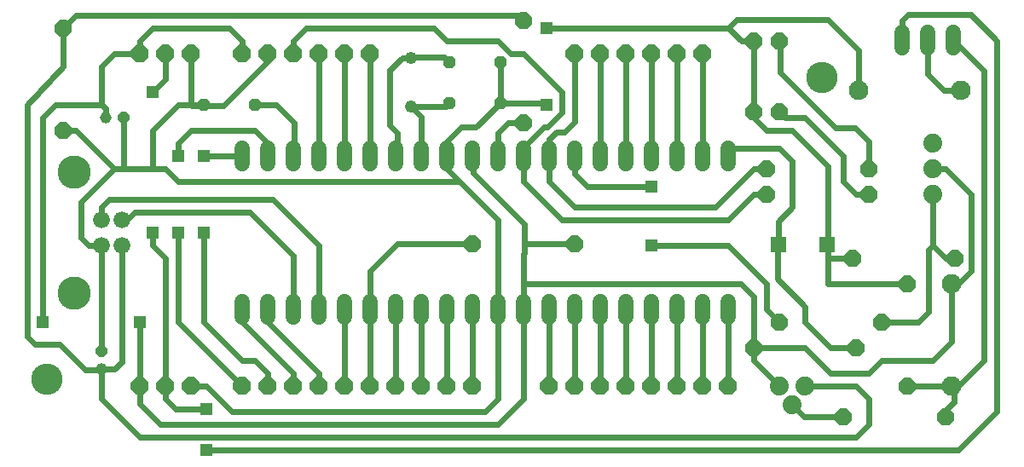
<source format=gbl>
G75*
%MOIN*%
%OFA0B0*%
%FSLAX25Y25*%
%IPPOS*%
%LPD*%
%AMOC8*
5,1,8,0,0,1.08239X$1,22.5*
%
%ADD10OC8,0.04600*%
%ADD11C,0.04600*%
%ADD12OC8,0.04800*%
%ADD13C,0.07600*%
%ADD14C,0.06000*%
%ADD15C,0.06600*%
%ADD16C,0.13000*%
%ADD17OC8,0.07000*%
%ADD18OC8,0.06600*%
%ADD19C,0.04800*%
%ADD20C,0.07400*%
%ADD21C,0.05850*%
%ADD22R,0.06000X0.06000*%
%ADD23C,0.02400*%
%ADD24R,0.04724X0.04724*%
%ADD25C,0.12268*%
D10*
X0050613Y0045984D03*
X0059113Y0137484D03*
D11*
X0052113Y0137484D03*
X0050613Y0038984D03*
D12*
X0090613Y0142484D03*
X0110613Y0142484D03*
X0186518Y0143232D03*
X0206518Y0143232D03*
X0206518Y0158980D03*
X0186518Y0158980D03*
D13*
X0346361Y0148154D03*
X0386361Y0148154D03*
X0382935Y0072484D03*
X0382935Y0032484D03*
D14*
X0383644Y0164681D02*
X0383644Y0170681D01*
X0373644Y0170681D02*
X0373644Y0164681D01*
X0363644Y0164681D02*
X0363644Y0170681D01*
D15*
X0058413Y0097406D03*
X0050613Y0097406D03*
X0050613Y0087563D03*
X0058413Y0087563D03*
D16*
X0039913Y0068784D03*
X0039913Y0116184D03*
D17*
X0065613Y0162484D03*
X0075613Y0162484D03*
X0085613Y0162484D03*
X0105613Y0162484D03*
X0115613Y0162484D03*
X0125613Y0162484D03*
X0135613Y0162484D03*
X0145613Y0162484D03*
X0155613Y0162484D03*
X0235613Y0162484D03*
X0245613Y0162484D03*
X0255613Y0162484D03*
X0265613Y0162484D03*
X0275613Y0162484D03*
X0285613Y0162484D03*
X0285613Y0032484D03*
X0295613Y0032484D03*
X0275613Y0032484D03*
X0265613Y0032484D03*
X0255613Y0032484D03*
X0245613Y0032484D03*
X0235613Y0032484D03*
X0225613Y0032484D03*
X0195613Y0032484D03*
X0185613Y0032484D03*
X0175613Y0032484D03*
X0165613Y0032484D03*
X0155613Y0032484D03*
X0145613Y0032484D03*
X0135613Y0032484D03*
X0125613Y0032484D03*
X0115613Y0032484D03*
X0105613Y0032484D03*
X0085613Y0032484D03*
X0075613Y0032484D03*
X0065613Y0032484D03*
D18*
X0195416Y0088114D03*
X0235416Y0088114D03*
X0310613Y0107484D03*
X0310613Y0117484D03*
X0350613Y0117484D03*
X0350613Y0107484D03*
X0344038Y0082484D03*
X0365613Y0072484D03*
X0384038Y0082484D03*
X0355613Y0057484D03*
X0345613Y0047484D03*
X0315613Y0057484D03*
X0305613Y0047484D03*
X0340613Y0020516D03*
X0365613Y0032484D03*
X0380613Y0020516D03*
X0215613Y0135437D03*
X0215613Y0175437D03*
X0305613Y0167327D03*
X0315613Y0167327D03*
X0315613Y0139768D03*
X0305613Y0139768D03*
X0035613Y0132484D03*
X0035613Y0172484D03*
D19*
X0171597Y0160921D03*
X0171597Y0141921D03*
D20*
X0375613Y0127484D03*
X0375613Y0117484D03*
X0375613Y0107484D03*
X0325613Y0032484D03*
X0315613Y0032484D03*
X0320613Y0024984D03*
D21*
X0295613Y0059559D02*
X0295613Y0065409D01*
X0285613Y0065409D02*
X0285613Y0059559D01*
X0275613Y0059559D02*
X0275613Y0065409D01*
X0265613Y0065409D02*
X0265613Y0059559D01*
X0255613Y0059559D02*
X0255613Y0065409D01*
X0245613Y0065409D02*
X0245613Y0059559D01*
X0235613Y0059559D02*
X0235613Y0065409D01*
X0225613Y0065409D02*
X0225613Y0059559D01*
X0215613Y0059559D02*
X0215613Y0065409D01*
X0205613Y0065409D02*
X0205613Y0059559D01*
X0195613Y0059559D02*
X0195613Y0065409D01*
X0185613Y0065409D02*
X0185613Y0059559D01*
X0175613Y0059559D02*
X0175613Y0065409D01*
X0165613Y0065409D02*
X0165613Y0059559D01*
X0155613Y0059559D02*
X0155613Y0065409D01*
X0145613Y0065409D02*
X0145613Y0059559D01*
X0135613Y0059559D02*
X0135613Y0065409D01*
X0125613Y0065409D02*
X0125613Y0059559D01*
X0115613Y0059559D02*
X0115613Y0065409D01*
X0105613Y0065409D02*
X0105613Y0059559D01*
X0105613Y0119559D02*
X0105613Y0125409D01*
X0115613Y0125409D02*
X0115613Y0119559D01*
X0125613Y0119559D02*
X0125613Y0125409D01*
X0135613Y0125409D02*
X0135613Y0119559D01*
X0145613Y0119559D02*
X0145613Y0125409D01*
X0155613Y0125409D02*
X0155613Y0119559D01*
X0165613Y0119559D02*
X0165613Y0125409D01*
X0175613Y0125409D02*
X0175613Y0119559D01*
X0185613Y0119559D02*
X0185613Y0125409D01*
X0195613Y0125409D02*
X0195613Y0119559D01*
X0205613Y0119559D02*
X0205613Y0125409D01*
X0215613Y0125409D02*
X0215613Y0119559D01*
X0225613Y0119559D02*
X0225613Y0125409D01*
X0235613Y0125409D02*
X0235613Y0119559D01*
X0245613Y0119559D02*
X0245613Y0125409D01*
X0255613Y0125409D02*
X0255613Y0119559D01*
X0265613Y0119559D02*
X0265613Y0125409D01*
X0275613Y0125409D02*
X0275613Y0119559D01*
X0285613Y0119559D02*
X0285613Y0125409D01*
X0295613Y0125409D02*
X0295613Y0119559D01*
D22*
X0315047Y0087634D03*
X0334210Y0087634D03*
D23*
X0050613Y0038902D02*
X0050613Y0027484D01*
X0065613Y0012484D01*
X0345613Y0012484D01*
X0350613Y0017484D01*
X0350613Y0027484D01*
X0345613Y0032484D01*
X0325613Y0032484D01*
X0315613Y0032484D02*
X0305613Y0042484D01*
X0305613Y0047484D01*
X0325613Y0047484D01*
X0335613Y0037484D01*
X0350613Y0037484D01*
X0355613Y0042484D01*
X0375613Y0042484D01*
X0382935Y0049807D01*
X0382935Y0072484D01*
X0385613Y0072484D01*
X0390613Y0077484D01*
X0390613Y0107484D01*
X0380613Y0117484D01*
X0375613Y0117484D01*
X0375613Y0107484D02*
X0375613Y0087484D01*
X0373880Y0085752D01*
X0373880Y0061539D01*
X0369825Y0057484D01*
X0355613Y0057484D01*
X0345613Y0047484D02*
X0335613Y0047484D01*
X0325613Y0057484D01*
X0325613Y0063584D01*
X0316713Y0072484D01*
X0316676Y0072484D01*
X0314825Y0074335D01*
X0314825Y0087413D01*
X0315047Y0087634D01*
X0315047Y0096919D01*
X0320613Y0102484D01*
X0320613Y0120516D01*
X0315613Y0125516D01*
X0296676Y0125516D01*
X0295613Y0122484D01*
X0285613Y0122484D02*
X0285613Y0162484D01*
X0275613Y0162484D02*
X0275613Y0122484D01*
X0265613Y0122484D02*
X0265613Y0162484D01*
X0255613Y0162484D02*
X0255613Y0122484D01*
X0245613Y0122484D02*
X0245613Y0162484D01*
X0235613Y0162484D02*
X0235613Y0135870D01*
X0231557Y0131815D01*
X0228487Y0131815D01*
X0225613Y0128941D01*
X0225613Y0122484D01*
X0225613Y0112484D01*
X0235613Y0102484D01*
X0290613Y0102484D01*
X0305613Y0117484D01*
X0310613Y0117484D01*
X0310613Y0107484D02*
X0305613Y0107484D01*
X0295613Y0097484D01*
X0230613Y0097484D01*
X0215613Y0112484D01*
X0215613Y0122484D01*
X0215613Y0125673D01*
X0223605Y0133665D01*
X0224786Y0133665D01*
X0230613Y0139492D01*
X0230613Y0147484D01*
X0215613Y0162484D01*
X0210613Y0162484D01*
X0205613Y0167484D01*
X0185613Y0167484D01*
X0180613Y0172484D01*
X0130613Y0172484D01*
X0125613Y0167484D01*
X0125613Y0162484D01*
X0115613Y0162484D02*
X0115613Y0159571D01*
X0098290Y0142248D01*
X0085849Y0142248D01*
X0085613Y0142484D01*
X0085613Y0162484D01*
X0075613Y0162484D02*
X0075613Y0152484D01*
X0070613Y0147484D01*
X0080613Y0142484D02*
X0070613Y0132484D01*
X0070613Y0117484D01*
X0075613Y0117484D01*
X0080613Y0112484D01*
X0190613Y0112484D01*
X0185613Y0117484D01*
X0185613Y0122484D01*
X0185613Y0128193D01*
X0188841Y0131421D01*
X0188841Y0131461D01*
X0191046Y0133665D01*
X0196951Y0133665D01*
X0206518Y0143232D01*
X0223880Y0143232D01*
X0224628Y0142484D01*
X0215613Y0135437D02*
X0209589Y0135437D01*
X0205573Y0131421D01*
X0205573Y0122524D01*
X0205613Y0122484D01*
X0205613Y0127484D01*
X0195731Y0122366D02*
X0195613Y0122484D01*
X0195731Y0122366D02*
X0195731Y0115673D01*
X0215731Y0095673D01*
X0215731Y0088114D01*
X0235416Y0088114D01*
X0215731Y0088114D02*
X0215731Y0084295D01*
X0215613Y0084177D01*
X0215613Y0072484D01*
X0300613Y0072484D01*
X0305613Y0067484D01*
X0305613Y0047484D01*
X0315613Y0057484D02*
X0310613Y0062484D01*
X0310613Y0072484D01*
X0295613Y0087484D01*
X0265613Y0087484D01*
X0265613Y0110516D02*
X0240613Y0110516D01*
X0235613Y0115516D01*
X0235613Y0122484D01*
X0206518Y0143232D02*
X0206518Y0158980D01*
X0186518Y0158980D02*
X0184550Y0160949D01*
X0171624Y0160949D01*
X0171597Y0160921D01*
X0168144Y0160921D01*
X0163250Y0156028D01*
X0163250Y0134374D01*
X0166203Y0131421D01*
X0166203Y0123075D01*
X0165613Y0122484D01*
X0155613Y0122484D02*
X0155613Y0162484D01*
X0145613Y0162484D02*
X0145613Y0122484D01*
X0135613Y0122484D02*
X0135613Y0162484D01*
X0105613Y0162484D02*
X0105613Y0167484D01*
X0100613Y0172484D01*
X0070613Y0172484D01*
X0065613Y0167484D01*
X0065613Y0162484D01*
X0055613Y0162484D01*
X0050613Y0157484D01*
X0050613Y0142484D01*
X0052113Y0140984D01*
X0052113Y0137484D01*
X0050613Y0142484D02*
X0032581Y0142484D01*
X0027581Y0137484D01*
X0027581Y0057484D01*
X0021597Y0051618D02*
X0021597Y0142484D01*
X0035613Y0157484D01*
X0035613Y0172484D01*
X0040613Y0177484D01*
X0213565Y0177484D01*
X0215613Y0175437D01*
X0224628Y0172484D02*
X0295613Y0172484D01*
X0298841Y0175713D01*
X0334510Y0175713D01*
X0346361Y0163862D01*
X0346361Y0148154D01*
X0325613Y0137484D02*
X0317896Y0137484D01*
X0315613Y0139768D01*
X0325613Y0137484D02*
X0340613Y0122484D01*
X0340613Y0112484D01*
X0345613Y0107484D01*
X0350613Y0107484D01*
X0350613Y0117484D02*
X0350613Y0128114D01*
X0345337Y0133390D01*
X0337463Y0133390D01*
X0315809Y0155043D01*
X0315809Y0167130D01*
X0315613Y0167327D01*
X0305613Y0167327D02*
X0300770Y0167327D01*
X0295613Y0172484D01*
X0305613Y0167327D02*
X0305613Y0139768D01*
X0305613Y0137484D01*
X0310613Y0132484D01*
X0320613Y0132484D01*
X0334513Y0118584D01*
X0334513Y0093038D01*
X0334513Y0087937D01*
X0334210Y0087634D01*
X0334513Y0087331D01*
X0334513Y0082484D01*
X0344038Y0082484D01*
X0334513Y0082484D02*
X0334513Y0072484D01*
X0365613Y0072484D01*
X0380613Y0082484D02*
X0375613Y0087484D01*
X0380613Y0082484D02*
X0384038Y0082484D01*
X0334513Y0093038D02*
X0334510Y0093035D01*
X0295613Y0062484D02*
X0295613Y0032484D01*
X0285613Y0032484D02*
X0285613Y0062484D01*
X0275613Y0062484D02*
X0275613Y0032484D01*
X0265613Y0032484D02*
X0265613Y0062484D01*
X0255613Y0062484D02*
X0255613Y0032484D01*
X0245613Y0032484D02*
X0245613Y0062484D01*
X0235613Y0062484D02*
X0235613Y0032484D01*
X0225613Y0032484D02*
X0225613Y0062484D01*
X0215613Y0062484D02*
X0215613Y0027484D01*
X0205613Y0017484D01*
X0073644Y0017484D01*
X0065613Y0025516D01*
X0065613Y0032484D01*
X0065613Y0057484D01*
X0080613Y0057484D02*
X0105613Y0032484D01*
X0115613Y0032484D02*
X0115613Y0037484D01*
X0110613Y0042484D01*
X0105613Y0042484D01*
X0090613Y0057484D01*
X0090613Y0092484D01*
X0080613Y0092484D02*
X0080613Y0057484D01*
X0105613Y0057484D02*
X0105613Y0062484D01*
X0105613Y0057484D02*
X0125613Y0037484D01*
X0125613Y0032484D01*
X0135613Y0032484D02*
X0135613Y0037484D01*
X0115613Y0057484D01*
X0115613Y0062484D01*
X0125613Y0062484D02*
X0125613Y0083547D01*
X0108644Y0100516D01*
X0063644Y0100516D01*
X0060534Y0097406D01*
X0058413Y0097406D01*
X0050613Y0097406D02*
X0050613Y0102484D01*
X0053644Y0105516D01*
X0117581Y0105516D01*
X0135613Y0087484D01*
X0135613Y0062484D01*
X0145613Y0062484D02*
X0145613Y0032484D01*
X0155613Y0032484D02*
X0155613Y0062484D01*
X0155613Y0077524D01*
X0166203Y0088114D01*
X0195416Y0088114D01*
X0205613Y0097484D02*
X0190613Y0112484D01*
X0175613Y0122484D02*
X0175613Y0137906D01*
X0171597Y0141921D01*
X0185207Y0141921D01*
X0186518Y0143232D01*
X0125849Y0135358D02*
X0125849Y0122720D01*
X0125613Y0122484D01*
X0115613Y0122484D02*
X0115613Y0127484D01*
X0110613Y0132484D01*
X0085613Y0132484D01*
X0080613Y0127484D01*
X0080613Y0122484D01*
X0090613Y0122484D02*
X0105613Y0122484D01*
X0118723Y0142484D02*
X0125849Y0135358D01*
X0118723Y0142484D02*
X0110613Y0142484D01*
X0090613Y0142484D02*
X0085849Y0142248D01*
X0090613Y0142484D02*
X0080613Y0142484D01*
X0059113Y0137484D02*
X0059113Y0117677D01*
X0058920Y0117484D01*
X0070613Y0117484D01*
X0058920Y0117484D02*
X0055613Y0117484D01*
X0040613Y0132484D01*
X0035613Y0132484D01*
X0055613Y0117484D02*
X0042581Y0104453D01*
X0042581Y0090516D01*
X0045534Y0087563D01*
X0050613Y0087563D01*
X0050613Y0045984D01*
X0055543Y0038984D02*
X0058413Y0041854D01*
X0058413Y0087563D01*
X0070613Y0087484D02*
X0070613Y0092484D01*
X0070613Y0087484D02*
X0075613Y0082484D01*
X0075613Y0032484D01*
X0075613Y0027484D01*
X0079628Y0023469D01*
X0091676Y0023469D01*
X0091676Y0032484D02*
X0101676Y0022484D01*
X0200613Y0022484D01*
X0205613Y0027484D01*
X0205613Y0062484D01*
X0205613Y0097484D01*
X0215613Y0072484D02*
X0215613Y0062484D01*
X0195613Y0062484D02*
X0195613Y0032484D01*
X0185613Y0032484D02*
X0185613Y0062484D01*
X0175613Y0062484D02*
X0175613Y0032484D01*
X0165613Y0032484D02*
X0165613Y0062484D01*
X0155613Y0062484D02*
X0155376Y0062720D01*
X0091676Y0032484D02*
X0085613Y0032484D01*
X0055543Y0038984D02*
X0050613Y0038984D01*
X0050613Y0038902D01*
X0044156Y0038902D01*
X0034313Y0048744D01*
X0024471Y0048744D01*
X0021597Y0051618D01*
X0091676Y0007484D02*
X0385613Y0007484D01*
X0400613Y0022484D01*
X0400613Y0167484D01*
X0390416Y0177681D01*
X0366006Y0177681D01*
X0363644Y0175319D01*
X0363644Y0167681D01*
X0373644Y0167681D02*
X0373644Y0154295D01*
X0379786Y0148154D01*
X0386361Y0148154D01*
X0395613Y0155713D02*
X0383644Y0167681D01*
X0373880Y0167445D02*
X0373644Y0167681D01*
X0395613Y0155713D02*
X0395613Y0042484D01*
X0385613Y0032484D01*
X0382935Y0032484D01*
X0383723Y0031697D01*
X0383723Y0026106D01*
X0380613Y0022996D01*
X0380613Y0020516D01*
X0382935Y0032484D02*
X0365613Y0032484D01*
X0340613Y0020516D02*
X0325081Y0020516D01*
X0320613Y0024984D01*
D24*
X0265613Y0087484D03*
X0265613Y0110516D03*
X0224628Y0142484D03*
X0224628Y0172484D03*
X0090613Y0122484D03*
X0080613Y0122484D03*
X0070613Y0147484D03*
X0070613Y0092484D03*
X0080613Y0092484D03*
X0090613Y0092484D03*
X0065613Y0057484D03*
X0027581Y0057484D03*
X0091676Y0023469D03*
X0091676Y0007484D03*
D25*
X0029195Y0034965D03*
X0332345Y0153075D03*
M02*

</source>
